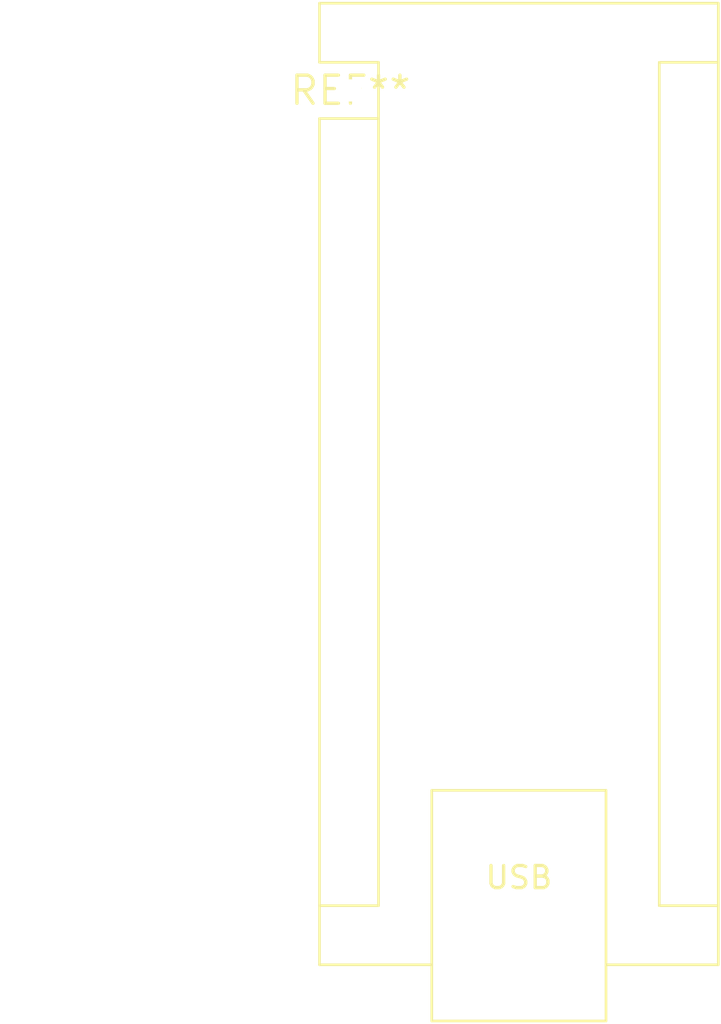
<source format=kicad_pcb>
(kicad_pcb (version 20240108) (generator pcbnew)
  (layers (0 "F.Cu" signal) (31 "B.Cu" signal) (34 "B.Paste" user) (35 "F.Paste" user) (36 "B.SilkS" user "B.Silkscreen") (37 "F.SilkS" user "F.Silkscreen") (38 "B.Mask" user) (39 "F.Mask" user) (44 "Edge.Cuts" user))
  (net 0 "")
  (footprint "Arduino_Nano_WithMountingHoles" (layer "F.Cu") (at 0 0)
    (property "Reference" "REF**")
    (property "Value" "Arduino_Nano_WithMountingHoles")
    (fp_line (start -1.4 -3.94) (end -1.4 -1.27) (layer "F.SilkS") (stroke (width 0.12)))
    (fp_line (start -1.4 1.27) (end -1.4 39.5) (layer "F.SilkS") (stroke (width 0.12)))
    (fp_line (start -1.4 39.5) (end 3.68 39.5) (layer "F.SilkS") (stroke (width 0.12)))
    (fp_line (start 1.27 -1.27) (end -1.4 -1.27) (layer "F.SilkS") (stroke (width 0.12)))
    (fp_line (start 1.27 1.27) (end -1.4 1.27) (layer "F.SilkS") (stroke (width 0.12)))
    (fp_line (start 1.27 1.27) (end 1.27 -1.27) (layer "F.SilkS") (stroke (width 0.12)))
    (fp_line (start 1.27 1.27) (end 1.27 36.83) (layer "F.SilkS") (stroke (width 0.12)))
    (fp_line (start 1.27 36.83) (end -1.4 36.83) (layer "F.SilkS") (stroke (width 0.12)))
    (fp_line (start 3.68 31.62) (end 11.56 31.62) (layer "F.SilkS") (stroke (width 0.12)))
    (fp_line (start 3.68 42.04) (end 3.68 31.62) (layer "F.SilkS") (stroke (width 0.12)))
    (fp_line (start 11.56 31.62) (end 11.56 42.04) (layer "F.SilkS") (stroke (width 0.12)))
    (fp_line (start 11.56 42.04) (end 3.68 42.04) (layer "F.SilkS") (stroke (width 0.12)))
    (fp_line (start 13.97 -1.27) (end 13.97 36.83) (layer "F.SilkS") (stroke (width 0.12)))
    (fp_line (start 13.97 -1.27) (end 16.64 -1.27) (layer "F.SilkS") (stroke (width 0.12)))
    (fp_line (start 13.97 36.83) (end 16.64 36.83) (layer "F.SilkS") (stroke (width 0.12)))
    (fp_line (start 16.64 -3.94) (end -1.4 -3.94) (layer "F.SilkS") (stroke (width 0.12)))
    (fp_line (start 16.64 39.5) (end 11.56 39.5) (layer "F.SilkS") (stroke (width 0.12)))
    (fp_line (start 16.64 39.5) (end 16.64 -3.94) (layer "F.SilkS") (stroke (width 0.12)))
    (fp_text user "USB" (at 7.62 35.56 0) (layer "F.SilkS"))
    (pad "" np_thru_hole circle (at 0 -2.54) (size 1.78 1.78) (drill 1.78) (layers *.Cu *.Mask))
    (pad "" np_thru_hole circle (at 0 38.1) (size 1.78 1.78) (drill 1.78) (layers *.Cu *.Mask))
    (pad "" np_thru_hole circle (at 15.24 -2.54) (size 1.78 1.78) (drill 1.78) (layers *.Cu *.Mask))
    (pad "" np_thru_hole circle (at 15.24 38.1) (size 1.78 1.78) (drill 1.78) (layers *.Cu *.Mask))
    (pad "1" thru_hole rect (at 0 0) (size 1.6 1.6) (drill 1) (layers *.Cu *.Mask) (remove_unused_layers))
    (pad "2" thru_hole oval (at 0 2.54) (size 1.6 1.6) (drill 1) (layers *.Cu *.Mask) (remove_unused_layers))
    (pad "3" thru_hole oval (at 0 5.08) (size 1.6 1.6) (drill 1) (layers *.Cu *.Mask) (remove_unused_layers))
    (pad "4" thru_hole oval (at 0 7.62) (size 1.6 1.6) (drill 1) (layers *.Cu *.Mask) (remove_unused_layers))
    (pad "5" thru_hole oval (at 0 10.16) (size 1.6 1.6) (drill 1) (layers *.Cu *.Mask) (remove_unused_layers))
    (pad "6" thru_hole oval (at 0 12.7) (size 1.6 1.6) (drill 1) (layers *.Cu *.Mask) (remove_unused_layers))
    (pad "7" thru_hole oval (at 0 15.24) (size 1.6 1.6) (drill 1) (layers *.Cu *.Mask) (remove_unused_layers))
    (pad "8" thru_hole oval (at 0 17.78) (size 1.6 1.6) (drill 1) (layers *.Cu *.Mask) (remove_unused_layers))
    (pad "9" thru_hole oval (at 0 20.32) (size 1.6 1.6) (drill 1) (layers *.Cu *.Mask) (remove_unused_layers))
    (pad "10" thru_hole oval (at 0 22.86) (size 1.6 1.6) (drill 1) (layers *.Cu *.Mask) (remove_unused_layers))
    (pad "11" thru_hole oval (at 0 25.4) (size 1.6 1.6) (drill 1) (layers *.Cu *.Mask) (remove_unused_layers))
    (pad "12" thru_hole oval (at 0 27.94) (size 1.6 1.6) (drill 1) (layers *.Cu *.Mask) (remove_unused_layers))
    (pad "13" thru_hole oval (at 0 30.48) (size 1.6 1.6) (drill 1) (layers *.Cu *.Mask) (remove_unused_layers))
    (pad "14" thru_hole oval (at 0 33.02) (size 1.6 1.6) (drill 1) (layers *.Cu *.Mask) (remove_unused_layers))
    (pad "15" thru_hole oval (at 0 35.56) (size 1.6 1.6) (drill 1) (layers *.Cu *.Mask) (remove_unused_layers))
    (pad "16" thru_hole oval (at 15.24 35.56) (size 1.6 1.6) (drill 1) (layers *.Cu *.Mask) (remove_unused_layers))
    (pad "17" thru_hole oval (at 15.24 33.02) (size 1.6 1.6) (drill 1) (layers *.Cu *.Mask) (remove_unused_layers))
    (pad "18" thru_hole oval (at 15.24 30.48) (size 1.6 1.6) (drill 1) (layers *.Cu *.Mask) (remove_unused_layers))
    (pad "19" thru_hole oval (at 15.24 27.94) (size 1.6 1.6) (drill 1) (layers *.Cu *.Mask) (remove_unused_layers))
    (pad "20" thru_hole oval (at 15.24 25.4) (size 1.6 1.6) (drill 1) (layers *.Cu *.Mask) (remove_unused_layers))
    (pad "21" thru_hole oval (at 15.24 22.86) (size 1.6 1.6) (drill 1) (layers *.Cu *.Mask) (remove_unused_layers))
    (pad "22" thru_hole oval (at 15.24 20.32) (size 1.6 1.6) (drill 1) (layers *.Cu *.Mask) (remove_unused_layers))
    (pad "23" thru_hole oval (at 15.24 17.78) (size 1.6 1.6) (drill 1) (layers *.Cu *.Mask) (remove_unused_layers))
    (pad "24" thru_hole oval (at 15.24 15.24) (size 1.6 1.6) (drill 1) (layers *.Cu *.Mask) (remove_unused_layers))
    (pad "25" thru_hole oval (at 15.24 12.7) (size 1.6 1.6) (drill 1) (layers *.Cu *.Mask) (remove_unused_layers))
    (pad "26" thru_hole oval (at 15.24 10.16) (size 1.6 1.6) (drill 1) (layers *.Cu *.Mask) (remove_unused_layers))
    (pad "27" thru_hole oval (at 15.24 7.62) (size 1.6 1.6) (drill 1) (layers *.Cu *.Mask) (remove_unused_layers))
    (pad "28" thru_hole oval (at 15.24 5.08) (size 1.6 1.6) (drill 1) (layers *.Cu *.Mask) (remove_unused_layers))
    (pad "29" thru_hole oval (at 15.24 2.54) (size 1.6 1.6) (drill 1) (layers *.Cu *.Mask) (remove_unused_layers))
    (pad "30" thru_hole oval (at 15.24 0) (size 1.6 1.6) (drill 1) (layers *.Cu *.Mask) (remove_unused_layers))
  )
)
</source>
